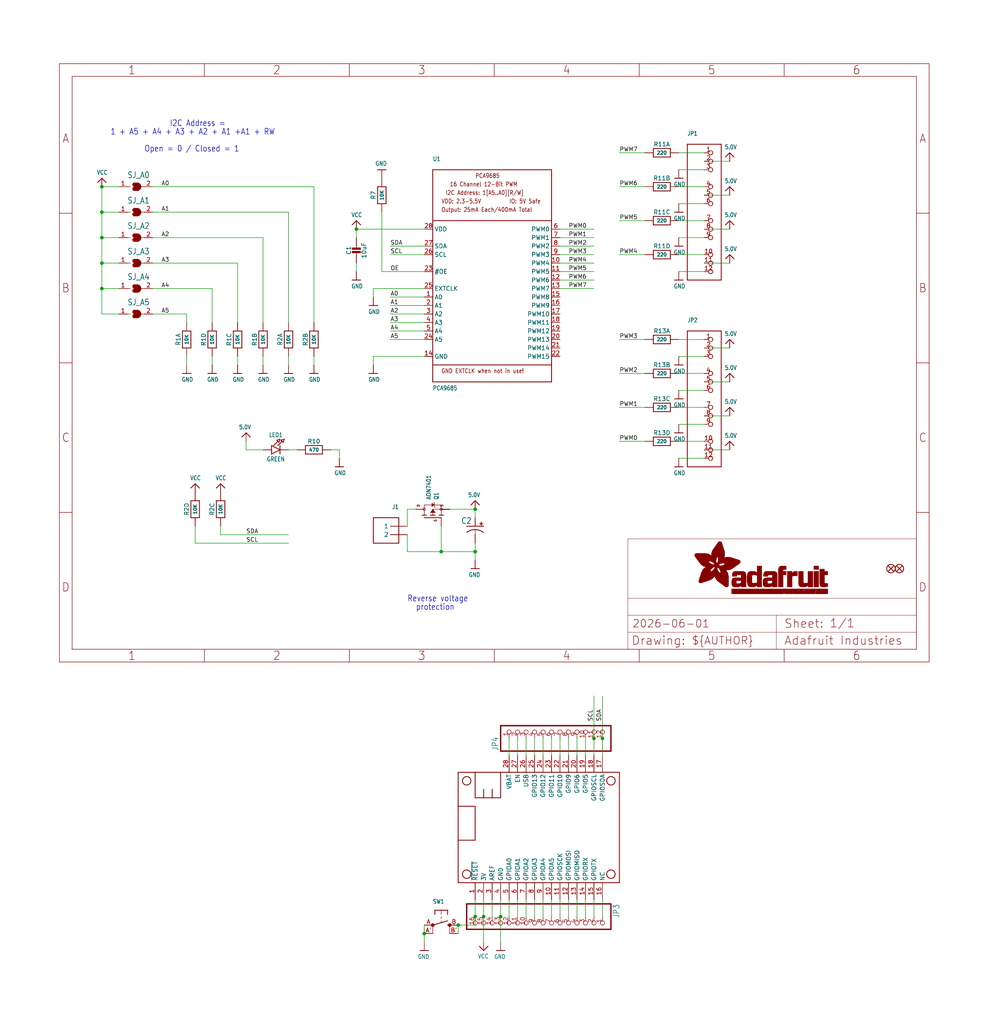
<source format=kicad_sch>
(kicad_sch (version 20230121) (generator eeschema)
  (paper "User" 298.45 306.426)
  (lib_symbols
    (symbol "working-eagle-import:5.0V" (power)
      (property "Value" "5.0V" (at -1.524 1.016 0))
      (symbol "5.0V_1_0"
        (pin power_in line (at 0 -2.54 90) (length 2.54) (name "5.0V") (number "1"))
      )
    )
    (symbol "working-eagle-import:CAP_CERAMIC0805-NOOUTLINE"
      (property "Reference" "C" (at -2.29 1.25 90))
      (symbol "CAP_CERAMIC0805-NOOUTLINE_1_0"
        (pin passive line (at 0 5.08 270) (length 2.54) (name "1") (number "1"))
        (pin passive line (at 0 -2.54 90) (length 2.54) (name "2") (number "2"))
      )
    )
    (symbol "working-eagle-import:CPOL-USE3.5-8"
      (property "Reference" "C" (at 1.016 0.635 0))
      (symbol "CPOL-USE3.5-8_1_0"
        (pin passive line (at 0 2.54 270) (length 2.54) (name "+") (number "+"))
        (pin passive line (at 0 -5.08 90) (length 2.54) (name "-") (number "-"))
      )
    )
    (symbol "working-eagle-import:FEATHERWING"
      (symbol "FEATHERWING_1_0"
        (pin input line (at 5.08 -5.08 90) (length 5.08) (name "~{RESET}") (number "1"))
        (pin bidirectional line (at 27.94 -5.08 90) (length 5.08) (name "GPIOA5") (number "10"))
        (pin bidirectional line (at 30.48 -5.08 90) (length 5.08) (name "GPIOSCK") (number "11"))
        (pin bidirectional line (at 33.02 -5.08 90) (length 5.08) (name "GPIOMOSI") (number "12"))
        (pin bidirectional line (at 35.56 -5.08 90) (length 5.08) (name "GPIOMISO") (number "13"))
        (pin bidirectional line (at 38.1 -5.08 90) (length 5.08) (name "GPIORX") (number "14"))
        (pin bidirectional line (at 40.64 -5.08 90) (length 5.08) (name "GPIOTX") (number "15"))
        (pin passive line (at 43.18 -5.08 90) (length 5.08) (name "NC") (number "16"))
        (pin bidirectional line (at 43.18 38.1 270) (length 5.08) (name "GPIOSDA") (number "17"))
        (pin bidirectional line (at 40.64 38.1 270) (length 5.08) (name "GPIOSCL") (number "18"))
        (pin bidirectional line (at 38.1 38.1 270) (length 5.08) (name "GPIO5") (number "19"))
        (pin power_in line (at 7.62 -5.08 90) (length 5.08) (name "3V") (number "2"))
        (pin bidirectional line (at 35.56 38.1 270) (length 5.08) (name "GPIO6") (number "20"))
        (pin bidirectional line (at 33.02 38.1 270) (length 5.08) (name "GPIO9") (number "21"))
        (pin bidirectional line (at 30.48 38.1 270) (length 5.08) (name "GPIO10") (number "22"))
        (pin bidirectional line (at 27.94 38.1 270) (length 5.08) (name "GPIO11") (number "23"))
        (pin bidirectional line (at 25.4 38.1 270) (length 5.08) (name "GPIO12") (number "24"))
        (pin bidirectional line (at 22.86 38.1 270) (length 5.08) (name "GPIO13") (number "25"))
        (pin power_in line (at 20.32 38.1 270) (length 5.08) (name "USB") (number "26"))
        (pin passive line (at 17.78 38.1 270) (length 5.08) (name "EN") (number "27"))
        (pin power_in line (at 15.24 38.1 270) (length 5.08) (name "VBAT") (number "28"))
        (pin passive line (at 10.16 -5.08 90) (length 5.08) (name "AREF") (number "3"))
        (pin power_in line (at 12.7 -5.08 90) (length 5.08) (name "GND") (number "4"))
        (pin bidirectional line (at 15.24 -5.08 90) (length 5.08) (name "GPIOA0") (number "5"))
        (pin bidirectional line (at 17.78 -5.08 90) (length 5.08) (name "GPIOA1") (number "6"))
        (pin bidirectional line (at 20.32 -5.08 90) (length 5.08) (name "GPIOA2") (number "7"))
        (pin bidirectional line (at 22.86 -5.08 90) (length 5.08) (name "GPIOA3") (number "8"))
        (pin bidirectional line (at 25.4 -5.08 90) (length 5.08) (name "GPIOA4") (number "9"))
      )
    )
    (symbol "working-eagle-import:FIDUCIAL{dblquote}{dblquote}")
    (symbol "working-eagle-import:FRAME_A4_ADAFRUIT"
      (symbol "FRAME_A4_ADAFRUIT_1_0"
        (text "${#}/${##}" (at 230.505 10.16 0) (effects (font (size 2.54 2.54)) (justify left bottom)))
        (text "${AUTHOR}" (at 189.23 5.08 0) (effects (font (size 2.286 2.286)) (justify left bottom)))
        (text "${CURRENT_DATE}" (at 171.45 10.16 0) (effects (font (size 2.286 2.286)) (justify left bottom)))
        (text "${PROJECTNAME}" (at 171.45 15.24 0) (effects (font (size 2.54 2.54)) (justify left bottom)))
        (text "1" (at 21.6958 1.905 0) (effects (font (size 2.54 2.286))))
        (text "1" (at 21.6958 177.165 0) (effects (font (size 2.54 2.286))))
        (text "2" (at 65.0875 1.905 0) (effects (font (size 2.54 2.286))))
        (text "2" (at 65.0875 177.165 0) (effects (font (size 2.54 2.286))))
        (text "3" (at 108.4792 1.905 0) (effects (font (size 2.54 2.286))))
        (text "3" (at 108.4792 177.165 0) (effects (font (size 2.54 2.286))))
        (text "4" (at 151.8708 1.905 0) (effects (font (size 2.54 2.286))))
        (text "4" (at 151.8708 177.165 0) (effects (font (size 2.54 2.286))))
        (text "5" (at 195.2625 1.905 0) (effects (font (size 2.54 2.286))))
        (text "5" (at 195.2625 177.165 0) (effects (font (size 2.54 2.286))))
        (text "6" (at 238.6542 1.905 0) (effects (font (size 2.54 2.286))))
        (text "6" (at 238.6542 177.165 0) (effects (font (size 2.54 2.286))))
        (text "A" (at 1.905 156.6863 0) (effects (font (size 2.54 2.286))))
        (text "A" (at 258.445 156.6863 0) (effects (font (size 2.54 2.286))))
        (text "Adafruit Industries" (at 216.916 4.953 0) (effects (font (size 2.54 2.54)) (justify left bottom)))
        (text "B" (at 1.905 111.9188 0) (effects (font (size 2.54 2.286))))
        (text "B" (at 258.445 111.9188 0) (effects (font (size 2.54 2.286))))
        (text "C" (at 1.905 67.1513 0) (effects (font (size 2.54 2.286))))
        (text "C" (at 258.445 67.1513 0) (effects (font (size 2.54 2.286))))
        (text "D" (at 1.905 22.3838 0) (effects (font (size 2.54 2.286))))
        (text "D" (at 258.445 22.3838 0) (effects (font (size 2.54 2.286))))
        (text "Drawing:" (at 171.196 4.953 0) (effects (font (size 2.54 2.54)) (justify left bottom)))
        (text "Sheet:" (at 216.916 10.033 0) (effects (font (size 2.54 2.54)) (justify left bottom)))
      )
    )
    (symbol "working-eagle-import:GND" (power)
      (property "Value" "GND" (at -1.524 -2.54 0))
      (symbol "GND_1_0"
        (pin power_in line (at 0 2.54 270) (length 2.54) (name "GND") (number "1"))
      )
    )
    (symbol "working-eagle-import:HEADER-1X12"
      (property "Reference" "JP" (at -6.35 18.415 0))
      (symbol "HEADER-1X12_1_0"
        (pin passive inverted (at -2.54 15.24 0) (length 2.54) (name "1") (number "1"))
        (pin passive inverted (at -2.54 -7.62 0) (length 2.54) (name "10") (number "10"))
        (pin passive inverted (at -2.54 -10.16 0) (length 2.54) (name "11") (number "11"))
        (pin passive inverted (at -2.54 -12.7 0) (length 2.54) (name "12") (number "12"))
        (pin passive inverted (at -2.54 12.7 0) (length 2.54) (name "2") (number "2"))
        (pin passive inverted (at -2.54 10.16 0) (length 2.54) (name "3") (number "3"))
        (pin passive inverted (at -2.54 7.62 0) (length 2.54) (name "4") (number "4"))
        (pin passive inverted (at -2.54 5.08 0) (length 2.54) (name "5") (number "5"))
        (pin passive inverted (at -2.54 2.54 0) (length 2.54) (name "6") (number "6"))
        (pin passive inverted (at -2.54 0 0) (length 2.54) (name "7") (number "7"))
        (pin passive inverted (at -2.54 -2.54 0) (length 2.54) (name "8") (number "8"))
        (pin passive inverted (at -2.54 -5.08 0) (length 2.54) (name "9") (number "9"))
      )
    )
    (symbol "working-eagle-import:HEADER-1X16ROUND"
      (property "Reference" "JP" (at -6.35 20.955 0))
      (symbol "HEADER-1X16ROUND_1_0"
        (pin passive inverted (at -2.54 17.78 0) (length 2.54) (name "1") (number "1"))
        (pin passive inverted (at -2.54 -5.08 0) (length 2.54) (name "10") (number "10"))
        (pin passive inverted (at -2.54 -7.62 0) (length 2.54) (name "11") (number "11"))
        (pin passive inverted (at -2.54 -10.16 0) (length 2.54) (name "12") (number "12"))
        (pin passive inverted (at -2.54 -12.7 0) (length 2.54) (name "13") (number "13"))
        (pin passive inverted (at -2.54 -15.24 0) (length 2.54) (name "14") (number "14"))
        (pin passive inverted (at -2.54 -17.78 0) (length 2.54) (name "15") (number "15"))
        (pin passive inverted (at -2.54 -20.32 0) (length 2.54) (name "16") (number "16"))
        (pin passive inverted (at -2.54 15.24 0) (length 2.54) (name "2") (number "2"))
        (pin passive inverted (at -2.54 12.7 0) (length 2.54) (name "3") (number "3"))
        (pin passive inverted (at -2.54 10.16 0) (length 2.54) (name "4") (number "4"))
        (pin passive inverted (at -2.54 7.62 0) (length 2.54) (name "5") (number "5"))
        (pin passive inverted (at -2.54 5.08 0) (length 2.54) (name "6") (number "6"))
        (pin passive inverted (at -2.54 2.54 0) (length 2.54) (name "7") (number "7"))
        (pin passive inverted (at -2.54 0 0) (length 2.54) (name "8") (number "8"))
        (pin passive inverted (at -2.54 -2.54 0) (length 2.54) (name "9") (number "9"))
      )
    )
    (symbol "working-eagle-import:HEADER-3X04"
      (property "Reference" "JP" (at -5.08 22.86 0))
      (symbol "HEADER-3X04_1_0"
        (pin passive inverted (at 0 17.78 0) (length 2.54) (name "1") (number "1"))
        (pin passive inverted (at 0 -12.7 0) (length 2.54) (name "10") (number "10"))
        (pin passive inverted (at 0 -15.24 0) (length 2.54) (name "11") (number "11"))
        (pin passive inverted (at 0 -17.78 0) (length 2.54) (name "12") (number "12"))
        (pin passive inverted (at 0 15.24 0) (length 2.54) (name "2") (number "2"))
        (pin passive inverted (at 0 12.7 0) (length 2.54) (name "3") (number "3"))
        (pin passive inverted (at 0 7.62 0) (length 2.54) (name "4") (number "4"))
        (pin passive inverted (at 0 5.08 0) (length 2.54) (name "5") (number "5"))
        (pin passive inverted (at 0 2.54 0) (length 2.54) (name "6") (number "6"))
        (pin passive inverted (at 0 -2.54 0) (length 2.54) (name "7") (number "7"))
        (pin passive inverted (at 0 -5.08 0) (length 2.54) (name "8") (number "8"))
        (pin passive inverted (at 0 -7.62 0) (length 2.54) (name "9") (number "9"))
      )
    )
    (symbol "working-eagle-import:LED0805_NOOUTLINE"
      (property "Reference" "D" (at -1.27 4.445 0))
      (symbol "LED0805_NOOUTLINE_1_0"
        (pin passive line (at -5.08 0 0) (length 2.54) (name "A") (number "A"))
        (pin passive line (at 2.54 0 180) (length 2.54) (name "C") (number "C"))
      )
    )
    (symbol "working-eagle-import:MOSFET-P-POWERDI3333"
      (property "Reference" "Q" (at 2.794 0.381 0))
      (symbol "MOSFET-P-POWERDI3333_1_0"
        (text "D" (at 0.635 -3.81 0) (effects (font (size 0.8128 0.6908)) (justify left bottom)))
        (text "G" (at -3.81 1.27 0) (effects (font (size 0.8128 0.6908)) (justify left bottom)))
        (text "S" (at 0.635 3.175 0) (effects (font (size 0.8128 0.6908)) (justify left bottom)))
        (pin passive line (at 0 5.08 270) (length 2.54) (name "S") (number "1"))
        (pin passive line (at 0 5.08 270) (length 2.54) (name "S") (number "2"))
        (pin passive line (at 0 5.08 270) (length 2.54) (name "S") (number "3"))
        (pin passive line (at -5.08 2.54 0) (length 2.54) (name "G") (number "4"))
        (pin passive line (at 0 -5.08 90) (length 2.54) (name "D") (number "5678"))
      )
    )
    (symbol "working-eagle-import:PCA9685"
      (property "Reference" "U" (at -17.78 35.56 0))
      (symbol "PCA9685_1_0"
        (text "16 Channel 12-Bit PWM" (at -12.7 27.94 0) (effects (font (size 1.27 1.0795)) (justify left bottom)))
        (text "GND EXTCLK when not in use!" (at -15.24 -27.94 0) (effects (font (size 1.27 1.0795)) (justify left bottom)))
        (text "I2C Address: 1[A5..A0][R/W]" (at -13.97 25.4 0) (effects (font (size 1.27 1.0795)) (justify left bottom)))
        (text "IO: 5V Safe" (at 5.08 22.86 0) (effects (font (size 1.27 1.0795)) (justify left bottom)))
        (text "Output: 25mA Each/400mA Total" (at -15.24 20.32 0) (effects (font (size 1.27 1.0795)) (justify left bottom)))
        (text "PCA9685" (at -5.08 30.48 0) (effects (font (size 1.27 1.0795)) (justify left bottom)))
        (text "VDD: 2.3-5.5V" (at -15.24 22.86 0) (effects (font (size 1.27 1.0795)) (justify left bottom)))
        (pin bidirectional line (at -20.32 -5.08 0) (length 2.54) (name "A0") (number "1"))
        (pin output line (at 20.32 5.08 180) (length 2.54) (name "PWM4") (number "10"))
        (pin output line (at 20.32 2.54 180) (length 2.54) (name "PWM5") (number "11"))
        (pin output line (at 20.32 0 180) (length 2.54) (name "PWM6") (number "12"))
        (pin output line (at 20.32 -2.54 180) (length 2.54) (name "PWM7") (number "13"))
        (pin power_in line (at -20.32 -22.86 0) (length 2.54) (name "GND") (number "14"))
        (pin output line (at 20.32 -5.08 180) (length 2.54) (name "PWM8") (number "15"))
        (pin output line (at 20.32 -7.62 180) (length 2.54) (name "PWM9") (number "16"))
        (pin output line (at 20.32 -10.16 180) (length 2.54) (name "PWM10") (number "17"))
        (pin output line (at 20.32 -12.7 180) (length 2.54) (name "PWM11") (number "18"))
        (pin output line (at 20.32 -15.24 180) (length 2.54) (name "PWM12") (number "19"))
        (pin bidirectional line (at -20.32 -7.62 0) (length 2.54) (name "A1") (number "2"))
        (pin output line (at 20.32 -17.78 180) (length 2.54) (name "PWM13") (number "20"))
        (pin output line (at 20.32 -20.32 180) (length 2.54) (name "PWM14") (number "21"))
        (pin output line (at 20.32 -22.86 180) (length 2.54) (name "PWM15") (number "22"))
        (pin input line (at -20.32 2.54 0) (length 2.54) (name "#OE") (number "23"))
        (pin bidirectional line (at -20.32 -17.78 0) (length 2.54) (name "A5") (number "24"))
        (pin input line (at -20.32 -2.54 0) (length 2.54) (name "EXTCLK") (number "25"))
        (pin bidirectional line (at -20.32 7.62 0) (length 2.54) (name "SCL") (number "26"))
        (pin bidirectional line (at -20.32 10.16 0) (length 2.54) (name "SDA") (number "27"))
        (pin power_in line (at -20.32 15.24 0) (length 2.54) (name "VDD") (number "28"))
        (pin bidirectional line (at -20.32 -10.16 0) (length 2.54) (name "A2") (number "3"))
        (pin bidirectional line (at -20.32 -12.7 0) (length 2.54) (name "A3") (number "4"))
        (pin bidirectional line (at -20.32 -15.24 0) (length 2.54) (name "A4") (number "5"))
        (pin output line (at 20.32 15.24 180) (length 2.54) (name "PWM0") (number "6"))
        (pin output line (at 20.32 12.7 180) (length 2.54) (name "PWM1") (number "7"))
        (pin output line (at 20.32 10.16 180) (length 2.54) (name "PWM2") (number "8"))
        (pin output line (at 20.32 7.62 180) (length 2.54) (name "PWM3") (number "9"))
      )
    )
    (symbol "working-eagle-import:RESISTOR0805_NOOUTLINE"
      (property "Reference" "R" (at 0 2.54 0))
      (symbol "RESISTOR0805_NOOUTLINE_1_0"
        (pin passive line (at -5.08 0 0) (length 2.54) (name "1") (number "1"))
        (pin passive line (at 5.08 0 180) (length 2.54) (name "2") (number "2"))
      )
    )
    (symbol "working-eagle-import:RESISTOR_4PACK"
      (property "Reference" "R" (at 0 2.54 0))
      (symbol "RESISTOR_4PACK_1_0"
        (pin passive line (at -5.08 0 0) (length 2.54) (name "1") (number "1"))
        (pin passive line (at 5.08 0 180) (length 2.54) (name "2") (number "8"))
      )
      (symbol "RESISTOR_4PACK_2_0"
        (pin passive line (at -5.08 0 0) (length 2.54) (name "1") (number "2"))
        (pin passive line (at 5.08 0 180) (length 2.54) (name "2") (number "7"))
      )
      (symbol "RESISTOR_4PACK_3_0"
        (pin passive line (at -5.08 0 0) (length 2.54) (name "1") (number "3"))
        (pin passive line (at 5.08 0 180) (length 2.54) (name "2") (number "6"))
      )
      (symbol "RESISTOR_4PACK_4_0"
        (pin passive line (at -5.08 0 0) (length 2.54) (name "1") (number "4"))
        (pin passive line (at 5.08 0 180) (length 2.54) (name "2") (number "5"))
      )
    )
    (symbol "working-eagle-import:SOLDERJUMPERREFLOW_NOPASTE"
      (property "Reference" "SJ" (at -2.54 2.54 0))
      (symbol "SOLDERJUMPERREFLOW_NOPASTE_1_0"
        (pin passive line (at -5.08 0 0) (length 2.54) (name "1") (number "1"))
        (pin passive line (at 5.08 0 180) (length 2.54) (name "2") (number "2"))
      )
    )
    (symbol "working-eagle-import:SWITCH_TACT_SMT4.6X2.8"
      (property "Reference" "SW" (at -2.54 6.35 0))
      (symbol "SWITCH_TACT_SMT4.6X2.8_1_0"
        (pin passive line (at -5.08 0 0) (length 2.54) (name "P") (number "A"))
        (pin passive line (at -5.08 -2.54 0) (length 2.54) (name "P1") (number "A'"))
        (pin passive line (at 5.08 0 180) (length 2.54) (name "S") (number "B"))
        (pin passive line (at 5.08 -2.54 180) (length 2.54) (name "S1") (number "B'"))
      )
    )
    (symbol "working-eagle-import:TERMBLOCK_1X2"
      (property "Reference" "X" (at -2.54 7.62 0))
      (symbol "TERMBLOCK_1X2_1_0"
        (pin passive line (at -5.08 2.54 0) (length 5.08) (name "1") (number "1"))
        (pin passive line (at -5.08 0 0) (length 5.08) (name "2") (number "2"))
      )
    )
    (symbol "working-eagle-import:VCC" (power)
      (property "Value" "VCC" (at -1.524 1.016 0))
      (symbol "VCC_1_0"
        (pin power_in line (at 0 -2.54 90) (length 2.54) (name "VCC") (number "1"))
      )
    )
  )
  (junction (at 132.08 165.1))
  (junction (at 149.86 274.32))
  (junction (at 30.48 63.5))
  (junction (at 142.24 165.1))
  (junction (at 127 279.4))
  (junction (at 137.16 276.86))
  (junction (at 30.48 78.74))
  (junction (at 142.24 152.4))
  (junction (at 180.34 220.98))
  (junction (at 142.24 274.32))
  (junction (at 30.48 71.12))
  (junction (at 177.8 220.98))
  (junction (at 30.48 86.36))
  (junction (at 144.78 274.32))
  (junction (at 30.48 55.88))
  (junction (at 106.68 68.58))
  (wire (pts (xy 127 91.44) (xy 116.84 91.44)) (stroke (width 0.1524)))
  (wire (pts (xy 210.82 124.46) (xy 218.44 124.46)) (stroke (width 0.1524)))
  (wire (pts (xy 193.04 101.6) (xy 185.42 101.6)) (stroke (width 0.1524)))
  (wire (pts (xy 210.82 60.96) (xy 203.2 60.96)) (stroke (width 0.1524)))
  (wire (pts (xy 142.24 274.32) (xy 142.24 269.24)) (stroke (width 0.1524)))
  (wire (pts (xy 193.04 76.2) (xy 185.42 76.2)) (stroke (width 0.1524)))
  (wire (pts (xy 210.82 114.3) (xy 218.44 114.3)) (stroke (width 0.1524)))
  (wire (pts (xy 149.86 274.32) (xy 149.86 269.24)) (stroke (width 0.1524)))
  (wire (pts (xy 160.02 220.98) (xy 160.02 226.06)) (stroke (width 0.1524)))
  (wire (pts (xy 193.04 132.08) (xy 185.42 132.08)) (stroke (width 0.1524)))
  (wire (pts (xy 142.24 162.56) (xy 142.24 165.1)) (stroke (width 0.1524)))
  (wire (pts (xy 172.72 274.32) (xy 172.72 269.24)) (stroke (width 0.1524)))
  (wire (pts (xy 162.56 220.98) (xy 162.56 226.06)) (stroke (width 0.1524)))
  (wire (pts (xy 78.74 106.68) (xy 78.74 109.22)) (stroke (width 0.1524)))
  (wire (pts (xy 167.64 73.66) (xy 177.8 73.66)) (stroke (width 0.1524)))
  (wire (pts (xy 114.3 81.28) (xy 114.3 63.5)) (stroke (width 0.1524)))
  (wire (pts (xy 30.48 86.36) (xy 30.48 78.74)) (stroke (width 0.1524)))
  (wire (pts (xy 106.68 78.74) (xy 106.68 81.28)) (stroke (width 0.1524)))
  (wire (pts (xy 193.04 121.92) (xy 185.42 121.92)) (stroke (width 0.1524)))
  (wire (pts (xy 99.06 134.62) (xy 101.6 134.62)) (stroke (width 0.1524)))
  (wire (pts (xy 144.78 274.32) (xy 144.78 269.24)) (stroke (width 0.1524)))
  (wire (pts (xy 101.6 134.62) (xy 101.6 137.16)) (stroke (width 0.1524)))
  (wire (pts (xy 73.66 134.62) (xy 73.66 132.08)) (stroke (width 0.1524)))
  (wire (pts (xy 210.82 137.16) (xy 203.2 137.16)) (stroke (width 0.1524)))
  (wire (pts (xy 203.2 66.04) (xy 210.82 66.04)) (stroke (width 0.1524)))
  (wire (pts (xy 177.8 208.28) (xy 177.8 220.98)) (stroke (width 0.1524)))
  (wire (pts (xy 193.04 66.04) (xy 185.42 66.04)) (stroke (width 0.1524)))
  (wire (pts (xy 124.46 152.4) (xy 121.92 152.4)) (stroke (width 0.1524)))
  (wire (pts (xy 165.1 274.32) (xy 165.1 269.24)) (stroke (width 0.1524)))
  (wire (pts (xy 210.82 127) (xy 203.2 127)) (stroke (width 0.1524)))
  (wire (pts (xy 45.72 78.74) (xy 71.12 78.74)) (stroke (width 0.1524)))
  (wire (pts (xy 55.88 93.98) (xy 55.88 96.52)) (stroke (width 0.1524)))
  (wire (pts (xy 127 279.4) (xy 127 281.94)) (stroke (width 0.1524)))
  (wire (pts (xy 157.48 274.32) (xy 157.48 269.24)) (stroke (width 0.1524)))
  (wire (pts (xy 58.42 162.56) (xy 58.42 157.48)) (stroke (width 0.1524)))
  (wire (pts (xy 63.5 86.36) (xy 63.5 96.52)) (stroke (width 0.1524)))
  (wire (pts (xy 210.82 48.26) (xy 218.44 48.26)) (stroke (width 0.1524)))
  (wire (pts (xy 93.98 106.68) (xy 93.98 109.22)) (stroke (width 0.1524)))
  (wire (pts (xy 167.64 76.2) (xy 177.8 76.2)) (stroke (width 0.1524)))
  (wire (pts (xy 121.92 165.1) (xy 121.92 160.02)) (stroke (width 0.1524)))
  (wire (pts (xy 134.62 152.4) (xy 142.24 152.4)) (stroke (width 0.1524)))
  (wire (pts (xy 127 106.68) (xy 111.76 106.68)) (stroke (width 0.1524)))
  (wire (pts (xy 180.34 220.98) (xy 180.34 208.28)) (stroke (width 0.1524)))
  (wire (pts (xy 157.48 220.98) (xy 157.48 226.06)) (stroke (width 0.1524)))
  (wire (pts (xy 170.18 220.98) (xy 170.18 226.06)) (stroke (width 0.1524)))
  (wire (pts (xy 142.24 165.1) (xy 132.08 165.1)) (stroke (width 0.1524)))
  (wire (pts (xy 35.56 71.12) (xy 30.48 71.12)) (stroke (width 0.1524)))
  (wire (pts (xy 210.82 106.68) (xy 203.2 106.68)) (stroke (width 0.1524)))
  (wire (pts (xy 127 96.52) (xy 116.84 96.52)) (stroke (width 0.1524)))
  (wire (pts (xy 152.4 220.98) (xy 152.4 226.06)) (stroke (width 0.1524)))
  (wire (pts (xy 127 81.28) (xy 114.3 81.28)) (stroke (width 0.1524)))
  (wire (pts (xy 210.82 68.58) (xy 218.44 68.58)) (stroke (width 0.1524)))
  (wire (pts (xy 193.04 111.76) (xy 185.42 111.76)) (stroke (width 0.1524)))
  (wire (pts (xy 210.82 134.62) (xy 218.44 134.62)) (stroke (width 0.1524)))
  (wire (pts (xy 137.16 276.86) (xy 142.24 276.86)) (stroke (width 0.1524)))
  (wire (pts (xy 154.94 274.32) (xy 154.94 269.24)) (stroke (width 0.1524)))
  (wire (pts (xy 86.36 162.56) (xy 58.42 162.56)) (stroke (width 0.1524)))
  (wire (pts (xy 106.68 68.58) (xy 127 68.58)) (stroke (width 0.1524)))
  (wire (pts (xy 149.86 281.94) (xy 149.86 274.32)) (stroke (width 0.1524)))
  (wire (pts (xy 210.82 78.74) (xy 218.44 78.74)) (stroke (width 0.1524)))
  (wire (pts (xy 111.76 86.36) (xy 111.76 88.9)) (stroke (width 0.1524)))
  (wire (pts (xy 45.72 86.36) (xy 63.5 86.36)) (stroke (width 0.1524)))
  (wire (pts (xy 165.1 220.98) (xy 165.1 226.06)) (stroke (width 0.1524)))
  (wire (pts (xy 45.72 63.5) (xy 86.36 63.5)) (stroke (width 0.1524)))
  (wire (pts (xy 203.2 45.72) (xy 210.82 45.72)) (stroke (width 0.1524)))
  (wire (pts (xy 30.48 71.12) (xy 30.48 63.5)) (stroke (width 0.1524)))
  (wire (pts (xy 121.92 152.4) (xy 121.92 157.48)) (stroke (width 0.1524)))
  (wire (pts (xy 203.2 132.08) (xy 210.82 132.08)) (stroke (width 0.1524)))
  (wire (pts (xy 35.56 93.98) (xy 30.48 93.98)) (stroke (width 0.1524)))
  (wire (pts (xy 175.26 220.98) (xy 175.26 226.06)) (stroke (width 0.1524)))
  (wire (pts (xy 127 99.06) (xy 116.84 99.06)) (stroke (width 0.1524)))
  (wire (pts (xy 203.2 55.88) (xy 210.82 55.88)) (stroke (width 0.1524)))
  (wire (pts (xy 111.76 106.68) (xy 111.76 109.22)) (stroke (width 0.1524)))
  (wire (pts (xy 154.94 220.98) (xy 154.94 226.06)) (stroke (width 0.1524)))
  (wire (pts (xy 203.2 101.6) (xy 210.82 101.6)) (stroke (width 0.1524)))
  (wire (pts (xy 30.48 93.98) (xy 30.48 86.36)) (stroke (width 0.1524)))
  (wire (pts (xy 210.82 116.84) (xy 203.2 116.84)) (stroke (width 0.1524)))
  (wire (pts (xy 71.12 78.74) (xy 71.12 96.52)) (stroke (width 0.1524)))
  (wire (pts (xy 180.34 274.32) (xy 180.34 269.24)) (stroke (width 0.1524)))
  (wire (pts (xy 78.74 71.12) (xy 78.74 96.52)) (stroke (width 0.1524)))
  (wire (pts (xy 93.98 55.88) (xy 93.98 96.52)) (stroke (width 0.1524)))
  (wire (pts (xy 210.82 104.14) (xy 218.44 104.14)) (stroke (width 0.1524)))
  (wire (pts (xy 127 276.86) (xy 127 279.4)) (stroke (width 0.1524)))
  (wire (pts (xy 167.64 220.98) (xy 167.64 226.06)) (stroke (width 0.1524)))
  (wire (pts (xy 35.56 55.88) (xy 30.48 55.88)) (stroke (width 0.1524)))
  (wire (pts (xy 167.64 68.58) (xy 177.8 68.58)) (stroke (width 0.1524)))
  (wire (pts (xy 185.42 55.88) (xy 193.04 55.88)) (stroke (width 0.1524)))
  (wire (pts (xy 86.36 63.5) (xy 86.36 96.52)) (stroke (width 0.1524)))
  (wire (pts (xy 73.66 134.62) (xy 78.74 134.62)) (stroke (width 0.1524)))
  (wire (pts (xy 86.36 134.62) (xy 88.9 134.62)) (stroke (width 0.1524)))
  (wire (pts (xy 86.36 160.02) (xy 66.04 160.02)) (stroke (width 0.1524)))
  (wire (pts (xy 127 86.36) (xy 111.76 86.36)) (stroke (width 0.1524)))
  (wire (pts (xy 167.64 86.36) (xy 177.8 86.36)) (stroke (width 0.1524)))
  (wire (pts (xy 175.26 274.32) (xy 175.26 269.24)) (stroke (width 0.1524)))
  (wire (pts (xy 55.88 106.68) (xy 55.88 109.22)) (stroke (width 0.1524)))
  (wire (pts (xy 45.72 93.98) (xy 55.88 93.98)) (stroke (width 0.1524)))
  (wire (pts (xy 45.72 71.12) (xy 78.74 71.12)) (stroke (width 0.1524)))
  (wire (pts (xy 172.72 220.98) (xy 172.72 226.06)) (stroke (width 0.1524)))
  (wire (pts (xy 71.12 106.68) (xy 71.12 109.22)) (stroke (width 0.1524)))
  (wire (pts (xy 210.82 81.28) (xy 203.2 81.28)) (stroke (width 0.1524)))
  (wire (pts (xy 63.5 106.68) (xy 63.5 109.22)) (stroke (width 0.1524)))
  (wire (pts (xy 127 101.6) (xy 116.84 101.6)) (stroke (width 0.1524)))
  (wire (pts (xy 127 88.9) (xy 116.84 88.9)) (stroke (width 0.1524)))
  (wire (pts (xy 132.08 165.1) (xy 121.92 165.1)) (stroke (width 0.1524)))
  (wire (pts (xy 35.56 78.74) (xy 30.48 78.74)) (stroke (width 0.1524)))
  (wire (pts (xy 35.56 63.5) (xy 30.48 63.5)) (stroke (width 0.1524)))
  (wire (pts (xy 142.24 152.4) (xy 142.24 154.94)) (stroke (width 0.1524)))
  (wire (pts (xy 193.04 45.72) (xy 185.42 45.72)) (stroke (width 0.1524)))
  (wire (pts (xy 66.04 160.02) (xy 66.04 157.48)) (stroke (width 0.1524)))
  (wire (pts (xy 210.82 50.8) (xy 203.2 50.8)) (stroke (width 0.1524)))
  (wire (pts (xy 142.24 276.86) (xy 142.24 274.32)) (stroke (width 0.1524)))
  (wire (pts (xy 35.56 86.36) (xy 30.48 86.36)) (stroke (width 0.1524)))
  (wire (pts (xy 45.72 55.88) (xy 93.98 55.88)) (stroke (width 0.1524)))
  (wire (pts (xy 132.08 157.48) (xy 132.08 165.1)) (stroke (width 0.1524)))
  (wire (pts (xy 162.56 274.32) (xy 162.56 269.24)) (stroke (width 0.1524)))
  (wire (pts (xy 127 93.98) (xy 116.84 93.98)) (stroke (width 0.1524)))
  (wire (pts (xy 177.8 274.32) (xy 177.8 269.24)) (stroke (width 0.1524)))
  (wire (pts (xy 127 73.66) (xy 116.84 73.66)) (stroke (width 0.1524)))
  (wire (pts (xy 167.64 274.32) (xy 167.64 269.24)) (stroke (width 0.1524)))
  (wire (pts (xy 167.64 81.28) (xy 177.8 81.28)) (stroke (width 0.1524)))
  (wire (pts (xy 106.68 68.58) (xy 106.68 71.12)) (stroke (width 0.1524)))
  (wire (pts (xy 170.18 274.32) (xy 170.18 269.24)) (stroke (width 0.1524)))
  (wire (pts (xy 147.32 274.32) (xy 147.32 269.24)) (stroke (width 0.1524)))
  (wire (pts (xy 203.2 76.2) (xy 210.82 76.2)) (stroke (width 0.1524)))
  (wire (pts (xy 152.4 274.32) (xy 152.4 269.24)) (stroke (width 0.1524)))
  (wire (pts (xy 30.48 63.5) (xy 30.48 55.88)) (stroke (width 0.1524)))
  (wire (pts (xy 167.64 71.12) (xy 177.8 71.12)) (stroke (width 0.1524)))
  (wire (pts (xy 30.48 78.74) (xy 30.48 71.12)) (stroke (width 0.1524)))
  (wire (pts (xy 127 76.2) (xy 116.84 76.2)) (stroke (width 0.1524)))
  (wire (pts (xy 142.24 165.1) (xy 142.24 167.64)) (stroke (width 0.1524)))
  (wire (pts (xy 86.36 106.68) (xy 86.36 109.22)) (stroke (width 0.1524)))
  (wire (pts (xy 203.2 111.76) (xy 210.82 111.76)) (stroke (width 0.1524)))
  (wire (pts (xy 210.82 71.12) (xy 203.2 71.12)) (stroke (width 0.1524)))
  (wire (pts (xy 160.02 274.32) (xy 160.02 269.24)) (stroke (width 0.1524)))
  (wire (pts (xy 180.34 220.98) (xy 180.34 226.06)) (stroke (width 0.1524)))
  (wire (pts (xy 137.16 276.86) (xy 137.16 279.4)) (stroke (width 0.1524)))
  (wire (pts (xy 203.2 121.92) (xy 210.82 121.92)) (stroke (width 0.1524)))
  (wire (pts (xy 177.8 220.98) (xy 177.8 226.06)) (stroke (width 0.1524)))
  (wire (pts (xy 167.64 83.82) (xy 177.8 83.82)) (stroke (width 0.1524)))
  (wire (pts (xy 210.82 58.42) (xy 218.44 58.42)) (stroke (width 0.1524)))
  (wire (pts (xy 144.78 281.94) (xy 144.78 274.32)) (stroke (width 0.1524)))
  (wire (pts (xy 167.64 78.74) (xy 177.8 78.74)) (stroke (width 0.1524)))
  (text "I2C Address =" (at 50.8 38.1 0) (effects (font (size 1.778 1.5113)) (justify left bottom)))
  (text "Reverse voltage" (at 121.92 180.34 0) (effects (font (size 1.778 1.5113)) (justify left bottom)))
  (text "Open = 0 / Closed = 1" (at 43.18 45.72 0) (effects (font (size 1.778 1.5113)) (justify left bottom)))
  (text "protection" (at 124.46 182.88 0) (effects (font (size 1.778 1.5113)) (justify left bottom)))
  (text "1 + A5 + A4 + A3 + A2 + A1 +A1 + RW" (at 33.02 40.64 0) (effects (font (size 1.778 1.5113)) (justify left bottom)))
  (label "A5" (at 116.84 101.6 0) (effects (font (size 1.2446 1.2446))))
  (label "PWM5" (at 170.18 81.28 0) (effects (font (size 1.2446 1.2446))))
  (label "A1" (at 48.26 63.5 0) (effects (font (size 1.2446 1.2446))))
  (label "SCL" (at 116.84 76.2 0) (effects (font (size 1.2446 1.2446))))
  (label "PWM6" (at 185.42 55.88 0) (effects (font (size 1.2446 1.2446))))
  (label "SDA" (at 73.66 160.02 0) (effects (font (size 1.2446 1.2446))))
  (label "A0" (at 116.84 88.9 0) (effects (font (size 1.2446 1.2446))))
  (label "SDA" (at 180.34 215.9 90) (effects (font (size 1.2446 1.2446))))
  (label "A5" (at 48.26 93.98 0) (effects (font (size 1.2446 1.2446))))
  (label "PWM2" (at 185.42 111.76 0) (effects (font (size 1.2446 1.2446))))
  (label "SCL" (at 177.8 215.9 90) (effects (font (size 1.2446 1.2446))))
  (label "A4" (at 116.84 99.06 0) (effects (font (size 1.2446 1.2446))))
  (label "A2" (at 116.84 93.98 0) (effects (font (size 1.2446 1.2446))))
  (label "PWM0" (at 185.42 132.08 0) (effects (font (size 1.2446 1.2446))))
  (label "PWM7" (at 185.42 45.72 0) (effects (font (size 1.2446 1.2446))))
  (label "A0" (at 48.26 55.88 0) (effects (font (size 1.2446 1.2446))))
  (label "OE" (at 116.84 81.28 0) (effects (font (size 1.2446 1.2446))))
  (label "A3" (at 48.26 78.74 0) (effects (font (size 1.2446 1.2446))))
  (label "PWM3" (at 185.42 101.6 0) (effects (font (size 1.2446 1.2446))))
  (label "PWM6" (at 170.18 83.82 0) (effects (font (size 1.2446 1.2446))))
  (label "PWM0" (at 170.18 68.58 0) (effects (font (size 1.2446 1.2446))))
  (label "PWM3" (at 170.18 76.2 0) (effects (font (size 1.2446 1.2446))))
  (label "SCL" (at 73.66 162.56 0) (effects (font (size 1.2446 1.2446))))
  (label "PWM5" (at 185.42 66.04 0) (effects (font (size 1.2446 1.2446))))
  (label "A3" (at 116.84 96.52 0) (effects (font (size 1.2446 1.2446))))
  (label "A1" (at 116.84 91.44 0) (effects (font (size 1.2446 1.2446))))
  (label "PWM4" (at 170.18 78.74 0) (effects (font (size 1.2446 1.2446))))
  (label "A2" (at 48.26 71.12 0) (effects (font (size 1.2446 1.2446))))
  (label "PWM1" (at 170.18 71.12 0) (effects (font (size 1.2446 1.2446))))
  (label "SDA" (at 116.84 73.66 0) (effects (font (size 1.2446 1.2446))))
  (label "PWM4" (at 185.42 76.2 0) (effects (font (size 1.2446 1.2446))))
  (label "A4" (at 48.26 86.36 0) (effects (font (size 1.2446 1.2446))))
  (label "PWM1" (at 185.42 121.92 0) (effects (font (size 1.2446 1.2446))))
  (label "PWM2" (at 170.18 73.66 0) (effects (font (size 1.2446 1.2446))))
  (label "PWM7" (at 170.18 86.36 0) (effects (font (size 1.2446 1.2446))))
  (symbol (lib_id "working-eagle-import:GND") (at 101.6 139.7 0) (unit 1)
    (property "Reference" "#U$43" (effects hide))
    (property "Value" "GND" (at 100.076 142.24 0) (effects (font (size 1.27 1.0795)) (justify left bottom)))
  )
  (symbol (lib_id "working-eagle-import:RESISTOR_4PACK") (at 63.5 101.6 90) (unit 4)
    (property "Reference" "R1" (at 60.96 101.6 0))
    (property "Value" "10K" (at 63.5 101.6 0) (effects (font (size 1.016 1.016) bold)))
    (property "Footprint" "working:RESPACK_4X0603" (effects hide))
  )
  (symbol (lib_id "working-eagle-import:HEADER-3X04") (at 210.82 119.38 0) (unit 1)
    (property "Reference" "JP2" (at 205.74 96.52 0) (effects (font (size 1.27 1.0795)) (justify left bottom)))
    (property "Value" "HEADER-3X04" (effects hide))
    (property "Footprint" "working:3X04" (effects hide))
  )
  (symbol (lib_id "working-eagle-import:RESISTOR_4PACK") (at 198.12 55.88 0) (unit 2)
    (property "Reference" "R11" (at 198.12 53.34 0))
    (property "Value" "220" (at 198.12 55.88 0) (effects (font (size 1.016 1.016) bold)))
    (property "Footprint" "working:RESPACK_4X0603" (effects hide))
  )
  (symbol (lib_id "working-eagle-import:GND") (at 71.12 111.76 0) (unit 1)
    (property "Reference" "#U$38" (effects hide))
    (property "Value" "GND" (at 69.596 114.3 0) (effects (font (size 1.27 1.0795)) (justify left bottom)))
  )
  (symbol (lib_id "working-eagle-import:GND") (at 106.68 83.82 0) (unit 1)
    (property "Reference" "#U$42" (effects hide))
    (property "Value" "GND" (at 105.156 86.36 0) (effects (font (size 1.27 1.0795)) (justify left bottom)))
  )
  (symbol (lib_id "working-eagle-import:FRAME_A4_ADAFRUIT") (at 17.78 198.12 0) (unit 1)
    (property "Reference" "#U$1" (effects hide))
    (property "Value" "FRAME_A4_ADAFRUIT" (effects hide))
  )
  (symbol (lib_id "working-eagle-import:RESISTOR0805_NOOUTLINE") (at 93.98 134.62 0) (unit 1)
    (property "Reference" "R10" (at 93.98 132.08 0))
    (property "Value" "470" (at 93.98 134.62 0) (effects (font (size 1.016 1.016) bold)))
    (property "Footprint" "working:0805-NO" (effects hide))
  )
  (symbol (lib_id "working-eagle-import:5.0V") (at 218.44 101.6 0) (unit 1)
    (property "Reference" "#U$6" (effects hide))
    (property "Value" "5.0V" (at 216.916 100.584 0) (effects (font (size 1.27 1.0795)) (justify left bottom)))
  )
  (symbol (lib_id "working-eagle-import:RESISTOR_4PACK") (at 93.98 101.6 90) (unit 2)
    (property "Reference" "R2" (at 91.44 101.6 0))
    (property "Value" "10K" (at 93.98 101.6 0) (effects (font (size 1.016 1.016) bold)))
    (property "Footprint" "working:RESPACK_4X0603" (effects hide))
  )
  (symbol (lib_id "working-eagle-import:GND") (at 111.76 91.44 0) (unit 1)
    (property "Reference" "#U$34" (effects hide))
    (property "Value" "GND" (at 110.236 93.98 0) (effects (font (size 1.27 1.0795)) (justify left bottom)))
  )
  (symbol (lib_id "working-eagle-import:RESISTOR_4PACK") (at 55.88 101.6 90) (unit 1)
    (property "Reference" "R1" (at 53.34 101.6 0))
    (property "Value" "10K" (at 55.88 101.6 0) (effects (font (size 1.016 1.016) bold)))
    (property "Footprint" "working:RESPACK_4X0603" (effects hide))
  )
  (symbol (lib_id "working-eagle-import:SOLDERJUMPERREFLOW_NOPASTE") (at 40.64 63.5 0) (unit 1)
    (property "Reference" "SJ_A1" (at 38.1 60.96 0) (effects (font (size 1.778 1.5113)) (justify left bottom)))
    (property "Value" "SOLDERJUMPERREFLOW_NOPASTE" (effects hide))
    (property "Footprint" "working:SOLDERJUMPER_REFLOW_NOPASTE" (effects hide))
  )
  (symbol (lib_id "working-eagle-import:GND") (at 203.2 109.22 0) (unit 1)
    (property "Reference" "#U$22" (effects hide))
    (property "Value" "GND" (at 201.676 111.76 0) (effects (font (size 1.27 1.0795)) (justify left bottom)))
  )
  (symbol (lib_id "working-eagle-import:VCC") (at 66.04 144.78 0) (unit 1)
    (property "Reference" "#P+10" (effects hide))
    (property "Value" "VCC" (at 64.516 143.764 0) (effects (font (size 1.27 1.0795)) (justify left bottom)))
  )
  (symbol (lib_id "working-eagle-import:GND") (at 114.3 50.8 180) (unit 1)
    (property "Reference" "#U$52" (effects hide))
    (property "Value" "GND" (at 115.824 48.26 0) (effects (font (size 1.27 1.0795)) (justify left bottom)))
  )
  (symbol (lib_id "working-eagle-import:GND") (at 203.2 53.34 0) (unit 1)
    (property "Reference" "#U$18" (effects hide))
    (property "Value" "GND" (at 201.676 55.88 0) (effects (font (size 1.27 1.0795)) (justify left bottom)))
  )
  (symbol (lib_id "working-eagle-import:RESISTOR_4PACK") (at 198.12 111.76 0) (unit 2)
    (property "Reference" "R13" (at 198.12 109.22 0))
    (property "Value" "220" (at 198.12 111.76 0) (effects (font (size 1.016 1.016) bold)))
    (property "Footprint" "working:RESPACK_4X0603" (effects hide))
  )
  (symbol (lib_id "working-eagle-import:GND") (at 111.76 111.76 0) (unit 1)
    (property "Reference" "#U$35" (effects hide))
    (property "Value" "GND" (at 110.236 114.3 0) (effects (font (size 1.27 1.0795)) (justify left bottom)))
  )
  (symbol (lib_id "working-eagle-import:5.0V") (at 218.44 66.04 0) (unit 1)
    (property "Reference" "#U$4" (effects hide))
    (property "Value" "5.0V" (at 216.916 65.024 0) (effects (font (size 1.27 1.0795)) (justify left bottom)))
  )
  (symbol (lib_id "working-eagle-import:VCC") (at 106.68 66.04 0) (unit 1)
    (property "Reference" "#P+7" (effects hide))
    (property "Value" "VCC" (at 105.156 65.024 0) (effects (font (size 1.27 1.0795)) (justify left bottom)))
  )
  (symbol (lib_id "working-eagle-import:SOLDERJUMPERREFLOW_NOPASTE") (at 40.64 55.88 0) (unit 1)
    (property "Reference" "SJ_A0" (at 38.1 53.34 0) (effects (font (size 1.778 1.5113)) (justify left bottom)))
    (property "Value" "SOLDERJUMPERREFLOW_NOPASTE" (effects hide))
    (property "Footprint" "working:SOLDERJUMPER_REFLOW_NOPASTE" (effects hide))
  )
  (symbol (lib_id "working-eagle-import:RESISTOR_4PACK") (at 198.12 45.72 0) (unit 1)
    (property "Reference" "R11" (at 198.12 43.18 0))
    (property "Value" "220" (at 198.12 45.72 0) (effects (font (size 1.016 1.016) bold)))
    (property "Footprint" "working:RESPACK_4X0603" (effects hide))
  )
  (symbol (lib_id "working-eagle-import:GND") (at 63.5 111.76 0) (unit 1)
    (property "Reference" "#U$37" (effects hide))
    (property "Value" "GND" (at 61.976 114.3 0) (effects (font (size 1.27 1.0795)) (justify left bottom)))
  )
  (symbol (lib_id "working-eagle-import:HEADER-1X16ROUND") (at 162.56 276.86 270) (unit 1)
    (property "Reference" "JP3" (at 183.515 270.51 0) (effects (font (size 1.778 1.5113)) (justify left bottom)))
    (property "Value" "HEADER-1X16ROUND" (effects hide))
    (property "Footprint" "working:1X16_ROUND" (effects hide))
  )
  (symbol (lib_id "working-eagle-import:GND") (at 142.24 170.18 0) (mirror y) (unit 1)
    (property "Reference" "#U$46" (effects hide))
    (property "Value" "GND" (at 143.764 172.72 0) (effects (font (size 1.27 1.0795)) (justify left bottom)))
  )
  (symbol (lib_id "working-eagle-import:TERMBLOCK_1X2") (at 116.84 160.02 0) (mirror y) (unit 1)
    (property "Reference" "J1" (at 119.38 152.4 0) (effects (font (size 1.27 1.0795)) (justify left bottom)))
    (property "Value" "TERMBLOCK_1X2" (effects hide))
    (property "Footprint" "working:TERMBLOCK_1X2-3.5MM" (effects hide))
  )
  (symbol (lib_id "working-eagle-import:GND") (at 203.2 83.82 0) (unit 1)
    (property "Reference" "#U$21" (effects hide))
    (property "Value" "GND" (at 201.676 86.36 0) (effects (font (size 1.27 1.0795)) (justify left bottom)))
  )
  (symbol (lib_id "working-eagle-import:MOSFET-P-POWERDI3333") (at 129.54 152.4 270) (mirror x) (unit 1)
    (property "Reference" "Q1" (at 129.921 149.606 0) (effects (font (size 1.27 1.0795)) (justify left bottom)))
    (property "Value" "AON7401" (at 127.635 149.606 0) (effects (font (size 1.27 1.0795)) (justify left bottom)))
    (property "Footprint" "working:POWERDI3333" (effects hide))
  )
  (symbol (lib_id "working-eagle-import:RESISTOR_4PACK") (at 198.12 66.04 0) (unit 3)
    (property "Reference" "R11" (at 198.12 63.5 0))
    (property "Value" "220" (at 198.12 66.04 0) (effects (font (size 1.016 1.016) bold)))
    (property "Footprint" "working:RESPACK_4X0603" (effects hide))
  )
  (symbol (lib_id "working-eagle-import:GND") (at 127 284.48 0) (mirror y) (unit 1)
    (property "Reference" "#U$13" (effects hide))
    (property "Value" "GND" (at 128.524 287.02 0) (effects (font (size 1.27 1.0795)) (justify left bottom)))
  )
  (symbol (lib_id "working-eagle-import:SOLDERJUMPERREFLOW_NOPASTE") (at 40.64 78.74 0) (unit 1)
    (property "Reference" "SJ_A3" (at 38.1 76.2 0) (effects (font (size 1.778 1.5113)) (justify left bottom)))
    (property "Value" "SOLDERJUMPERREFLOW_NOPASTE" (effects hide))
    (property "Footprint" "working:SOLDERJUMPER_REFLOW_NOPASTE" (effects hide))
  )
  (symbol (lib_id "working-eagle-import:RESISTOR_4PACK") (at 198.12 121.92 0) (unit 3)
    (property "Reference" "R13" (at 198.12 119.38 0))
    (property "Value" "220" (at 198.12 121.92 0) (effects (font (size 1.016 1.016) bold)))
    (property "Footprint" "working:RESPACK_4X0603" (effects hide))
  )
  (symbol (lib_id "working-eagle-import:SOLDERJUMPERREFLOW_NOPASTE") (at 40.64 86.36 0) (unit 1)
    (property "Reference" "SJ_A4" (at 38.1 83.82 0) (effects (font (size 1.778 1.5113)) (justify left bottom)))
    (property "Value" "SOLDERJUMPERREFLOW_NOPASTE" (effects hide))
    (property "Footprint" "working:SOLDERJUMPER_REFLOW_NOPASTE" (effects hide))
  )
  (symbol (lib_id "working-eagle-import:FIDUCIAL{dblquote}{dblquote}") (at 269.24 170.18 0) (unit 1)
    (property "Reference" "FID1" (effects hide))
    (property "Value" "FIDUCIAL{dblquote}{dblquote}" (effects hide))
    (property "Footprint" "working:FIDUCIAL_1MM" (effects hide))
  )
  (symbol (lib_id "working-eagle-import:SWITCH_TACT_SMT4.6X2.8") (at 132.08 276.86 0) (unit 1)
    (property "Reference" "SW1" (at 129.54 270.51 0) (effects (font (size 1.27 1.0795)) (justify left bottom)))
    (property "Value" "SWITCH_TACT_SMT4.6X2.8" (effects hide))
    (property "Footprint" "working:BTN_KMR2_4.6X2.8" (effects hide))
  )
  (symbol (lib_id "working-eagle-import:GND") (at 203.2 139.7 0) (unit 1)
    (property "Reference" "#U$32" (effects hide))
    (property "Value" "GND" (at 201.676 142.24 0) (effects (font (size 1.27 1.0795)) (justify left bottom)))
  )
  (symbol (lib_id "working-eagle-import:RESISTOR_4PACK") (at 198.12 132.08 0) (unit 4)
    (property "Reference" "R13" (at 198.12 129.54 0))
    (property "Value" "220" (at 198.12 132.08 0) (effects (font (size 1.016 1.016) bold)))
    (property "Footprint" "working:RESPACK_4X0603" (effects hide))
  )
  (symbol (lib_id "working-eagle-import:5.0V") (at 218.44 121.92 0) (unit 1)
    (property "Reference" "#U$8" (effects hide))
    (property "Value" "5.0V" (at 216.916 120.904 0) (effects (font (size 1.27 1.0795)) (justify left bottom)))
  )
  (symbol (lib_id "working-eagle-import:RESISTOR_4PACK") (at 86.36 101.6 90) (unit 1)
    (property "Reference" "R2" (at 83.82 101.6 0))
    (property "Value" "10K" (at 86.36 101.6 0) (effects (font (size 1.016 1.016) bold)))
    (property "Footprint" "working:RESPACK_4X0603" (effects hide))
  )
  (symbol (lib_id "working-eagle-import:GND") (at 93.98 111.76 0) (unit 1)
    (property "Reference" "#U$41" (effects hide))
    (property "Value" "GND" (at 92.456 114.3 0) (effects (font (size 1.27 1.0795)) (justify left bottom)))
  )
  (symbol (lib_id "working-eagle-import:5.0V") (at 218.44 132.08 0) (unit 1)
    (property "Reference" "#U$9" (effects hide))
    (property "Value" "5.0V" (at 216.916 131.064 0) (effects (font (size 1.27 1.0795)) (justify left bottom)))
  )
  (symbol (lib_id "working-eagle-import:HEADER-3X04") (at 210.82 63.5 0) (unit 1)
    (property "Reference" "JP1" (at 205.74 40.64 0) (effects (font (size 1.27 1.0795)) (justify left bottom)))
    (property "Value" "HEADER-3X04" (effects hide))
    (property "Footprint" "working:3X04" (effects hide))
  )
  (symbol (lib_id "working-eagle-import:RESISTOR_4PACK") (at 71.12 101.6 90) (unit 3)
    (property "Reference" "R1" (at 68.58 101.6 0))
    (property "Value" "10K" (at 71.12 101.6 0) (effects (font (size 1.016 1.016) bold)))
    (property "Footprint" "working:RESPACK_4X0603" (effects hide))
  )
  (symbol (lib_id "working-eagle-import:5.0V") (at 218.44 111.76 0) (unit 1)
    (property "Reference" "#U$7" (effects hide))
    (property "Value" "5.0V" (at 216.916 110.744 0) (effects (font (size 1.27 1.0795)) (justify left bottom)))
  )
  (symbol (lib_id "working-eagle-import:SOLDERJUMPERREFLOW_NOPASTE") (at 40.64 93.98 0) (unit 1)
    (property "Reference" "SJ_A5" (at 38.1 91.44 0) (effects (font (size 1.778 1.5113)) (justify left bottom)))
    (property "Value" "SOLDERJUMPERREFLOW_NOPASTE" (effects hide))
    (property "Footprint" "working:SOLDERJUMPER_REFLOW_NOPASTE" (effects hide))
  )
  (symbol (lib_id "working-eagle-import:5.0V") (at 218.44 45.72 0) (unit 1)
    (property "Reference" "#U$2" (effects hide))
    (property "Value" "5.0V" (at 216.916 44.704 0) (effects (font (size 1.27 1.0795)) (justify left bottom)))
  )
  (symbol (lib_id "working-eagle-import:5.0V") (at 73.66 129.54 0) (mirror y) (unit 1)
    (property "Reference" "#U$10" (effects hide))
    (property "Value" "5.0V" (at 75.184 128.524 0) (effects (font (size 1.27 1.0795)) (justify left bottom)))
  )
  (symbol (lib_id "working-eagle-import:CPOL-USE3.5-8") (at 142.24 157.48 0) (mirror y) (unit 1)
    (property "Reference" "C2" (at 141.224 156.845 0) (effects (font (size 1.778 1.5113)) (justify left bottom)))
    (property "Value" "CPOL-USE3.5-8" (effects hide))
    (property "Footprint" "working:E3,5-8" (effects hide))
  )
  (symbol (lib_id "working-eagle-import:GND") (at 203.2 63.5 0) (unit 1)
    (property "Reference" "#U$19" (effects hide))
    (property "Value" "GND" (at 201.676 66.04 0) (effects (font (size 1.27 1.0795)) (justify left bottom)))
  )
  (symbol (lib_id "working-eagle-import:GND") (at 203.2 73.66 0) (unit 1)
    (property "Reference" "#U$20" (effects hide))
    (property "Value" "GND" (at 201.676 76.2 0) (effects (font (size 1.27 1.0795)) (justify left bottom)))
  )
  (symbol (lib_id "working-eagle-import:GND") (at 86.36 111.76 0) (unit 1)
    (property "Reference" "#U$40" (effects hide))
    (property "Value" "GND" (at 84.836 114.3 0) (effects (font (size 1.27 1.0795)) (justify left bottom)))
  )
  (symbol (lib_id "working-eagle-import:CAP_CERAMIC0805-NOOUTLINE") (at 106.68 76.2 0) (unit 1)
    (property "Reference" "C1" (at 104.39 74.95 90))
    (property "Value" "10uF" (at 108.98 74.95 90))
    (property "Footprint" "working:0805-NO" (effects hide))
  )
  (symbol (lib_id "working-eagle-import:5.0V") (at 218.44 55.88 0) (unit 1)
    (property "Reference" "#U$3" (effects hide))
    (property "Value" "5.0V" (at 216.916 54.864 0) (effects (font (size 1.27 1.0795)) (justify left bottom)))
  )
  (symbol (lib_id "working-eagle-import:FEATHERWING") (at 137.16 264.16 0) (unit 1)
    (property "Reference" "MS1" (effects hide))
    (property "Value" "FEATHERWING" (effects hide))
    (property "Footprint" "working:FEATHERWING" (effects hide))
  )
  (symbol (lib_id "working-eagle-import:GND") (at 55.88 111.76 0) (unit 1)
    (property "Reference" "#U$36" (effects hide))
    (property "Value" "GND" (at 54.356 114.3 0) (effects (font (size 1.27 1.0795)) (justify left bottom)))
  )
  (symbol (lib_id "working-eagle-import:VCC") (at 144.78 284.48 180) (unit 1)
    (property "Reference" "#P+1" (effects hide))
    (property "Value" "VCC" (at 146.304 285.496 0) (effects (font (size 1.27 1.0795)) (justify left bottom)))
  )
  (symbol (lib_id "working-eagle-import:HEADER-1X12") (at 167.64 218.44 90) (unit 1)
    (property "Reference" "JP4" (at 149.225 224.79 0) (effects (font (size 1.778 1.5113)) (justify left bottom)))
    (property "Value" "HEADER-1X12" (effects hide))
    (property "Footprint" "working:1X12_ROUND" (effects hide))
  )
  (symbol (lib_id "working-eagle-import:PCA9685") (at 147.32 83.82 0) (unit 1)
    (property "Reference" "U1" (at 129.54 48.26 0) (effects (font (size 1.27 1.0795)) (justify left bottom)))
    (property "Value" "PCA9685" (at 129.54 116.84 0) (effects (font (size 1.27 1.0795)) (justify left bottom)))
    (property "Footprint" "working:TSSOP28" (effects hide))
  )
  (symbol (lib_id "working-eagle-import:VCC") (at 58.42 144.78 0) (unit 1)
    (property "Reference" "#P+11" (effects hide))
    (property "Value" "VCC" (at 56.896 143.764 0) (effects (font (size 1.27 1.0795)) (justify left bottom)))
  )
  (symbol (lib_id "working-eagle-import:5.0V") (at 142.24 149.86 0) (mirror y) (unit 1)
    (property "Reference" "#U$45" (effects hide))
    (property "Value" "5.0V" (at 143.764 148.844 0) (effects (font (size 1.27 1.0795)) (justify left bottom)))
  )
  (symbol (lib_id "working-eagle-import:RESISTOR_4PACK") (at 58.42 152.4 90) (unit 4)
    (property "Reference" "R2" (at 55.88 152.4 0))
    (property "Value" "10K" (at 58.42 152.4 0) (effects (font (size 1.016 1.016) bold)))
    (property "Footprint" "working:RESPACK_4X0603" (effects hide))
  )
  (symbol (lib_id "working-eagle-import:RESISTOR0805_NOOUTLINE") (at 114.3 58.42 90) (unit 1)
    (property "Reference" "R7" (at 111.76 58.42 0))
    (property "Value" "10K" (at 114.3 58.42 0) (effects (font (size 1.016 1.016) bold)))
    (property "Footprint" "working:0805-NO" (effects hide))
  )
  (symbol (lib_id "working-eagle-import:5.0V") (at 218.44 76.2 0) (unit 1)
    (property "Reference" "#U$5" (effects hide))
    (property "Value" "5.0V" (at 216.916 75.184 0) (effects (font (size 1.27 1.0795)) (justify left bottom)))
  )
  (symbol (lib_id "working-eagle-import:GND") (at 203.2 129.54 0) (unit 1)
    (property "Reference" "#U$24" (effects hide))
    (property "Value" "GND" (at 201.676 132.08 0) (effects (font (size 1.27 1.0795)) (justify left bottom)))
  )
  (symbol (lib_id "working-eagle-import:VCC") (at 30.48 53.34 0) (unit 1)
    (property "Reference" "#P+6" (effects hide))
    (property "Value" "VCC" (at 28.956 52.324 0) (effects (font (size 1.27 1.0795)) (justify left bottom)))
  )
  (symbol (lib_id "working-eagle-import:RESISTOR_4PACK") (at 78.74 101.6 90) (unit 2)
    (property "Reference" "R1" (at 76.2 101.6 0))
    (property "Value" "10K" (at 78.74 101.6 0) (effects (font (size 1.016 1.016) bold)))
    (property "Footprint" "working:RESPACK_4X0603" (effects hide))
  )
  (symbol (lib_id "working-eagle-import:RESISTOR_4PACK") (at 198.12 76.2 0) (unit 4)
    (property "Reference" "R11" (at 198.12 73.66 0))
    (property "Value" "220" (at 198.12 76.2 0) (effects (font (size 1.016 1.016) bold)))
    (property "Footprint" "working:RESPACK_4X0603" (effects hide))
  )
  (symbol (lib_id "working-eagle-import:GND") (at 203.2 119.38 0) (unit 1)
    (property "Reference" "#U$23" (effects hide))
    (property "Value" "GND" (at 201.676 121.92 0) (effects (font (size 1.27 1.0795)) (justify left bottom)))
  )
  (symbol (lib_id "working-eagle-import:RESISTOR_4PACK") (at 66.04 152.4 90) (unit 3)
    (property "Reference" "R2" (at 63.5 152.4 0))
    (property "Value" "10K" (at 66.04 152.4 0) (effects (font (size 1.016 1.016) bold)))
    (property "Footprint" "working:RESPACK_4X0603" (effects hide))
  )
  (symbol (lib_id "working-eagle-import:GND") (at 149.86 284.48 0) (mirror y) (unit 1)
    (property "Reference" "#U$47" (effects hide))
    (property "Value" "GND" (at 151.384 287.02 0) (effects (font (size 1.27 1.0795)) (justify left bottom)))
  )
  (symbol (lib_id "working-eagle-import:FIDUCIAL{dblquote}{dblquote}") (at 266.7 170.18 0) (unit 1)
    (property "Reference" "FID2" (effects hide))
    (property "Value" "FIDUCIAL{dblquote}{dblquote}" (effects hide))
    (property "Footprint" "working:FIDUCIAL_1MM" (effects hide))
  )
  (symbol (lib_id "working-eagle-import:LED0805_NOOUTLINE") (at 83.82 134.62 0) (unit 1)
    (property "Reference" "LED1" (at 82.55 130.175 0) (effects (font (size 1.27 1.0795))))
    (property "Value" "GREEN" (at 82.55 137.414 0) (effects (font (size 1.27 1.0795))))
    (property "Footprint" "working:CHIPLED_0805_NOOUTLINE" (effects hide))
  )
  (symbol (lib_id "working-eagle-import:GND") (at 78.74 111.76 0) (unit 1)
    (property "Reference" "#U$39" (effects hide))
    (property "Value" "GND" (at 77.216 114.3 0) (effects (font (size 1.27 1.0795)) (justify left bottom)))
  )
  (symbol (lib_id "working-eagle-import:RESISTOR_4PACK") (at 198.12 101.6 0) (unit 1)
    (property "Reference" "R13" (at 198.12 99.06 0))
    (property "Value" "220" (at 198.12 101.6 0) (effects (font (size 1.016 1.016) bold)))
    (property "Footprint" "working:RESPACK_4X0603" (effects hide))
  )
  (symbol (lib_id "working-eagle-import:SOLDERJUMPERREFLOW_NOPASTE") (at 40.64 71.12 0) (unit 1)
    (property "Reference" "SJ_A2" (at 38.1 68.58 0) (effects (font (size 1.778 1.5113)) (justify left bottom)))
    (property "Value" "SOLDERJUMPERREFLOW_NOPASTE" (effects hide))
    (property "Footprint" "working:SOLDERJUMPER_REFLOW_NOPASTE" (effects hide))
  )
)
</source>
